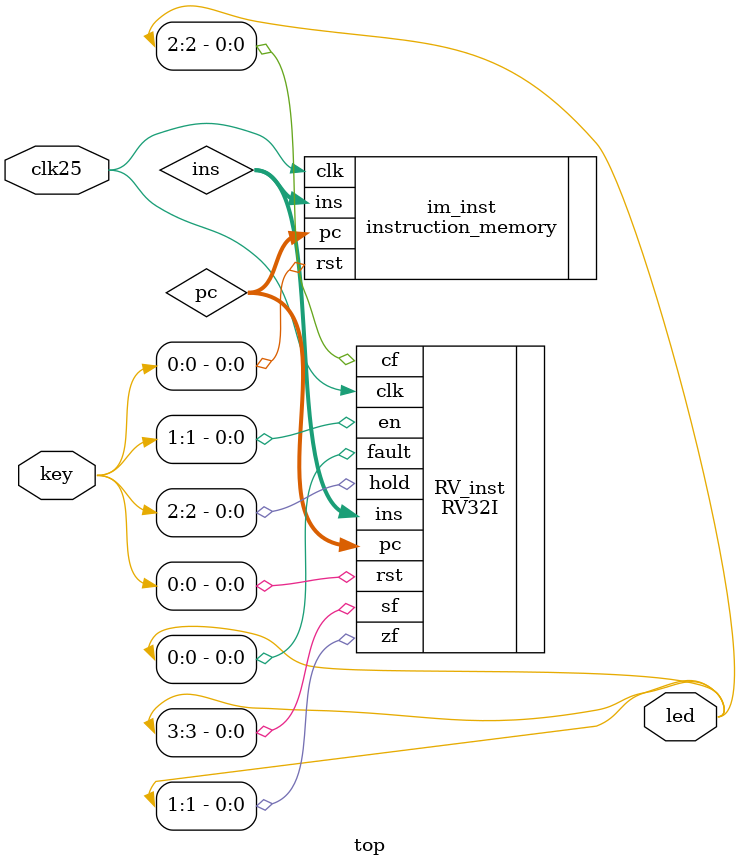
<source format=sv>
module top (
	input  logic clk25,
	input  logic [3:0] key,
	output logic [3:0] led
);

	logic [31:0] ins;
	logic [5:0] pc;

	RV32I RV_inst (
		.clk(clk25),
		.rst(key[0]),
		.en(key[1]),
		.hold(key[2]),
		.ins(ins),
		.pc(pc),
		.fault(led[0]),
		.zf(led[1]),
		.cf(led[2]),
		.sf(led[3])
	);

	instruction_memory im_inst (
		.clk(clk25),
		.rst(key[0]),
		.pc(pc),
		.ins(ins)
	);

endmodule

</source>
